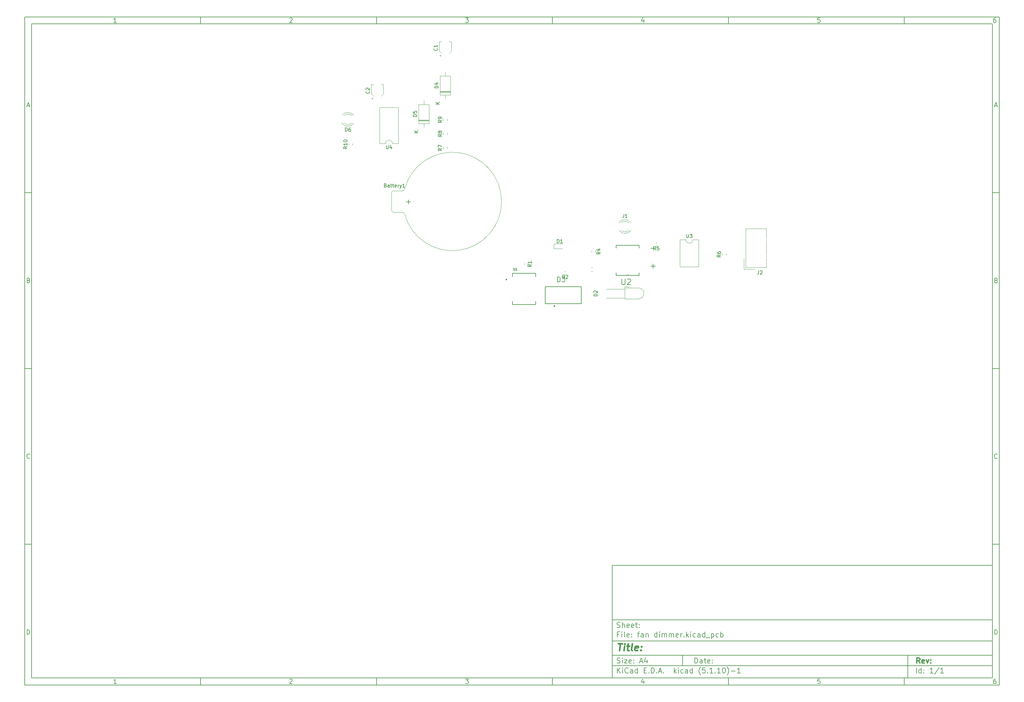
<source format=gto>
%TF.GenerationSoftware,KiCad,Pcbnew,(5.1.10)-1*%
%TF.CreationDate,2021-11-11T09:46:56+05:30*%
%TF.ProjectId,fan dimmer,66616e20-6469-46d6-9d65-722e6b696361,rev?*%
%TF.SameCoordinates,Original*%
%TF.FileFunction,Legend,Top*%
%TF.FilePolarity,Positive*%
%FSLAX46Y46*%
G04 Gerber Fmt 4.6, Leading zero omitted, Abs format (unit mm)*
G04 Created by KiCad (PCBNEW (5.1.10)-1) date 2021-11-11 09:46:56*
%MOMM*%
%LPD*%
G01*
G04 APERTURE LIST*
%ADD10C,0.100000*%
%ADD11C,0.150000*%
%ADD12C,0.300000*%
%ADD13C,0.400000*%
%ADD14C,0.120000*%
%ADD15C,0.152400*%
%ADD16C,0.240000*%
%ADD17C,0.127000*%
G04 APERTURE END LIST*
D10*
D11*
X177002200Y-166007200D02*
X177002200Y-198007200D01*
X285002200Y-198007200D01*
X285002200Y-166007200D01*
X177002200Y-166007200D01*
D10*
D11*
X10000000Y-10000000D02*
X10000000Y-200007200D01*
X287002200Y-200007200D01*
X287002200Y-10000000D01*
X10000000Y-10000000D01*
D10*
D11*
X12000000Y-12000000D02*
X12000000Y-198007200D01*
X285002200Y-198007200D01*
X285002200Y-12000000D01*
X12000000Y-12000000D01*
D10*
D11*
X60000000Y-12000000D02*
X60000000Y-10000000D01*
D10*
D11*
X110000000Y-12000000D02*
X110000000Y-10000000D01*
D10*
D11*
X160000000Y-12000000D02*
X160000000Y-10000000D01*
D10*
D11*
X210000000Y-12000000D02*
X210000000Y-10000000D01*
D10*
D11*
X260000000Y-12000000D02*
X260000000Y-10000000D01*
D10*
D11*
X36065476Y-11588095D02*
X35322619Y-11588095D01*
X35694047Y-11588095D02*
X35694047Y-10288095D01*
X35570238Y-10473809D01*
X35446428Y-10597619D01*
X35322619Y-10659523D01*
D10*
D11*
X85322619Y-10411904D02*
X85384523Y-10350000D01*
X85508333Y-10288095D01*
X85817857Y-10288095D01*
X85941666Y-10350000D01*
X86003571Y-10411904D01*
X86065476Y-10535714D01*
X86065476Y-10659523D01*
X86003571Y-10845238D01*
X85260714Y-11588095D01*
X86065476Y-11588095D01*
D10*
D11*
X135260714Y-10288095D02*
X136065476Y-10288095D01*
X135632142Y-10783333D01*
X135817857Y-10783333D01*
X135941666Y-10845238D01*
X136003571Y-10907142D01*
X136065476Y-11030952D01*
X136065476Y-11340476D01*
X136003571Y-11464285D01*
X135941666Y-11526190D01*
X135817857Y-11588095D01*
X135446428Y-11588095D01*
X135322619Y-11526190D01*
X135260714Y-11464285D01*
D10*
D11*
X185941666Y-10721428D02*
X185941666Y-11588095D01*
X185632142Y-10226190D02*
X185322619Y-11154761D01*
X186127380Y-11154761D01*
D10*
D11*
X236003571Y-10288095D02*
X235384523Y-10288095D01*
X235322619Y-10907142D01*
X235384523Y-10845238D01*
X235508333Y-10783333D01*
X235817857Y-10783333D01*
X235941666Y-10845238D01*
X236003571Y-10907142D01*
X236065476Y-11030952D01*
X236065476Y-11340476D01*
X236003571Y-11464285D01*
X235941666Y-11526190D01*
X235817857Y-11588095D01*
X235508333Y-11588095D01*
X235384523Y-11526190D01*
X235322619Y-11464285D01*
D10*
D11*
X285941666Y-10288095D02*
X285694047Y-10288095D01*
X285570238Y-10350000D01*
X285508333Y-10411904D01*
X285384523Y-10597619D01*
X285322619Y-10845238D01*
X285322619Y-11340476D01*
X285384523Y-11464285D01*
X285446428Y-11526190D01*
X285570238Y-11588095D01*
X285817857Y-11588095D01*
X285941666Y-11526190D01*
X286003571Y-11464285D01*
X286065476Y-11340476D01*
X286065476Y-11030952D01*
X286003571Y-10907142D01*
X285941666Y-10845238D01*
X285817857Y-10783333D01*
X285570238Y-10783333D01*
X285446428Y-10845238D01*
X285384523Y-10907142D01*
X285322619Y-11030952D01*
D10*
D11*
X60000000Y-198007200D02*
X60000000Y-200007200D01*
D10*
D11*
X110000000Y-198007200D02*
X110000000Y-200007200D01*
D10*
D11*
X160000000Y-198007200D02*
X160000000Y-200007200D01*
D10*
D11*
X210000000Y-198007200D02*
X210000000Y-200007200D01*
D10*
D11*
X260000000Y-198007200D02*
X260000000Y-200007200D01*
D10*
D11*
X36065476Y-199595295D02*
X35322619Y-199595295D01*
X35694047Y-199595295D02*
X35694047Y-198295295D01*
X35570238Y-198481009D01*
X35446428Y-198604819D01*
X35322619Y-198666723D01*
D10*
D11*
X85322619Y-198419104D02*
X85384523Y-198357200D01*
X85508333Y-198295295D01*
X85817857Y-198295295D01*
X85941666Y-198357200D01*
X86003571Y-198419104D01*
X86065476Y-198542914D01*
X86065476Y-198666723D01*
X86003571Y-198852438D01*
X85260714Y-199595295D01*
X86065476Y-199595295D01*
D10*
D11*
X135260714Y-198295295D02*
X136065476Y-198295295D01*
X135632142Y-198790533D01*
X135817857Y-198790533D01*
X135941666Y-198852438D01*
X136003571Y-198914342D01*
X136065476Y-199038152D01*
X136065476Y-199347676D01*
X136003571Y-199471485D01*
X135941666Y-199533390D01*
X135817857Y-199595295D01*
X135446428Y-199595295D01*
X135322619Y-199533390D01*
X135260714Y-199471485D01*
D10*
D11*
X185941666Y-198728628D02*
X185941666Y-199595295D01*
X185632142Y-198233390D02*
X185322619Y-199161961D01*
X186127380Y-199161961D01*
D10*
D11*
X236003571Y-198295295D02*
X235384523Y-198295295D01*
X235322619Y-198914342D01*
X235384523Y-198852438D01*
X235508333Y-198790533D01*
X235817857Y-198790533D01*
X235941666Y-198852438D01*
X236003571Y-198914342D01*
X236065476Y-199038152D01*
X236065476Y-199347676D01*
X236003571Y-199471485D01*
X235941666Y-199533390D01*
X235817857Y-199595295D01*
X235508333Y-199595295D01*
X235384523Y-199533390D01*
X235322619Y-199471485D01*
D10*
D11*
X285941666Y-198295295D02*
X285694047Y-198295295D01*
X285570238Y-198357200D01*
X285508333Y-198419104D01*
X285384523Y-198604819D01*
X285322619Y-198852438D01*
X285322619Y-199347676D01*
X285384523Y-199471485D01*
X285446428Y-199533390D01*
X285570238Y-199595295D01*
X285817857Y-199595295D01*
X285941666Y-199533390D01*
X286003571Y-199471485D01*
X286065476Y-199347676D01*
X286065476Y-199038152D01*
X286003571Y-198914342D01*
X285941666Y-198852438D01*
X285817857Y-198790533D01*
X285570238Y-198790533D01*
X285446428Y-198852438D01*
X285384523Y-198914342D01*
X285322619Y-199038152D01*
D10*
D11*
X10000000Y-60000000D02*
X12000000Y-60000000D01*
D10*
D11*
X10000000Y-110000000D02*
X12000000Y-110000000D01*
D10*
D11*
X10000000Y-160000000D02*
X12000000Y-160000000D01*
D10*
D11*
X10690476Y-35216666D02*
X11309523Y-35216666D01*
X10566666Y-35588095D02*
X11000000Y-34288095D01*
X11433333Y-35588095D01*
D10*
D11*
X11092857Y-84907142D02*
X11278571Y-84969047D01*
X11340476Y-85030952D01*
X11402380Y-85154761D01*
X11402380Y-85340476D01*
X11340476Y-85464285D01*
X11278571Y-85526190D01*
X11154761Y-85588095D01*
X10659523Y-85588095D01*
X10659523Y-84288095D01*
X11092857Y-84288095D01*
X11216666Y-84350000D01*
X11278571Y-84411904D01*
X11340476Y-84535714D01*
X11340476Y-84659523D01*
X11278571Y-84783333D01*
X11216666Y-84845238D01*
X11092857Y-84907142D01*
X10659523Y-84907142D01*
D10*
D11*
X11402380Y-135464285D02*
X11340476Y-135526190D01*
X11154761Y-135588095D01*
X11030952Y-135588095D01*
X10845238Y-135526190D01*
X10721428Y-135402380D01*
X10659523Y-135278571D01*
X10597619Y-135030952D01*
X10597619Y-134845238D01*
X10659523Y-134597619D01*
X10721428Y-134473809D01*
X10845238Y-134350000D01*
X11030952Y-134288095D01*
X11154761Y-134288095D01*
X11340476Y-134350000D01*
X11402380Y-134411904D01*
D10*
D11*
X10659523Y-185588095D02*
X10659523Y-184288095D01*
X10969047Y-184288095D01*
X11154761Y-184350000D01*
X11278571Y-184473809D01*
X11340476Y-184597619D01*
X11402380Y-184845238D01*
X11402380Y-185030952D01*
X11340476Y-185278571D01*
X11278571Y-185402380D01*
X11154761Y-185526190D01*
X10969047Y-185588095D01*
X10659523Y-185588095D01*
D10*
D11*
X287002200Y-60000000D02*
X285002200Y-60000000D01*
D10*
D11*
X287002200Y-110000000D02*
X285002200Y-110000000D01*
D10*
D11*
X287002200Y-160000000D02*
X285002200Y-160000000D01*
D10*
D11*
X285692676Y-35216666D02*
X286311723Y-35216666D01*
X285568866Y-35588095D02*
X286002200Y-34288095D01*
X286435533Y-35588095D01*
D10*
D11*
X286095057Y-84907142D02*
X286280771Y-84969047D01*
X286342676Y-85030952D01*
X286404580Y-85154761D01*
X286404580Y-85340476D01*
X286342676Y-85464285D01*
X286280771Y-85526190D01*
X286156961Y-85588095D01*
X285661723Y-85588095D01*
X285661723Y-84288095D01*
X286095057Y-84288095D01*
X286218866Y-84350000D01*
X286280771Y-84411904D01*
X286342676Y-84535714D01*
X286342676Y-84659523D01*
X286280771Y-84783333D01*
X286218866Y-84845238D01*
X286095057Y-84907142D01*
X285661723Y-84907142D01*
D10*
D11*
X286404580Y-135464285D02*
X286342676Y-135526190D01*
X286156961Y-135588095D01*
X286033152Y-135588095D01*
X285847438Y-135526190D01*
X285723628Y-135402380D01*
X285661723Y-135278571D01*
X285599819Y-135030952D01*
X285599819Y-134845238D01*
X285661723Y-134597619D01*
X285723628Y-134473809D01*
X285847438Y-134350000D01*
X286033152Y-134288095D01*
X286156961Y-134288095D01*
X286342676Y-134350000D01*
X286404580Y-134411904D01*
D10*
D11*
X285661723Y-185588095D02*
X285661723Y-184288095D01*
X285971247Y-184288095D01*
X286156961Y-184350000D01*
X286280771Y-184473809D01*
X286342676Y-184597619D01*
X286404580Y-184845238D01*
X286404580Y-185030952D01*
X286342676Y-185278571D01*
X286280771Y-185402380D01*
X286156961Y-185526190D01*
X285971247Y-185588095D01*
X285661723Y-185588095D01*
D10*
D11*
X200434342Y-193785771D02*
X200434342Y-192285771D01*
X200791485Y-192285771D01*
X201005771Y-192357200D01*
X201148628Y-192500057D01*
X201220057Y-192642914D01*
X201291485Y-192928628D01*
X201291485Y-193142914D01*
X201220057Y-193428628D01*
X201148628Y-193571485D01*
X201005771Y-193714342D01*
X200791485Y-193785771D01*
X200434342Y-193785771D01*
X202577200Y-193785771D02*
X202577200Y-193000057D01*
X202505771Y-192857200D01*
X202362914Y-192785771D01*
X202077200Y-192785771D01*
X201934342Y-192857200D01*
X202577200Y-193714342D02*
X202434342Y-193785771D01*
X202077200Y-193785771D01*
X201934342Y-193714342D01*
X201862914Y-193571485D01*
X201862914Y-193428628D01*
X201934342Y-193285771D01*
X202077200Y-193214342D01*
X202434342Y-193214342D01*
X202577200Y-193142914D01*
X203077200Y-192785771D02*
X203648628Y-192785771D01*
X203291485Y-192285771D02*
X203291485Y-193571485D01*
X203362914Y-193714342D01*
X203505771Y-193785771D01*
X203648628Y-193785771D01*
X204720057Y-193714342D02*
X204577200Y-193785771D01*
X204291485Y-193785771D01*
X204148628Y-193714342D01*
X204077200Y-193571485D01*
X204077200Y-193000057D01*
X204148628Y-192857200D01*
X204291485Y-192785771D01*
X204577200Y-192785771D01*
X204720057Y-192857200D01*
X204791485Y-193000057D01*
X204791485Y-193142914D01*
X204077200Y-193285771D01*
X205434342Y-193642914D02*
X205505771Y-193714342D01*
X205434342Y-193785771D01*
X205362914Y-193714342D01*
X205434342Y-193642914D01*
X205434342Y-193785771D01*
X205434342Y-192857200D02*
X205505771Y-192928628D01*
X205434342Y-193000057D01*
X205362914Y-192928628D01*
X205434342Y-192857200D01*
X205434342Y-193000057D01*
D10*
D11*
X177002200Y-194507200D02*
X285002200Y-194507200D01*
D10*
D11*
X178434342Y-196585771D02*
X178434342Y-195085771D01*
X179291485Y-196585771D02*
X178648628Y-195728628D01*
X179291485Y-195085771D02*
X178434342Y-195942914D01*
X179934342Y-196585771D02*
X179934342Y-195585771D01*
X179934342Y-195085771D02*
X179862914Y-195157200D01*
X179934342Y-195228628D01*
X180005771Y-195157200D01*
X179934342Y-195085771D01*
X179934342Y-195228628D01*
X181505771Y-196442914D02*
X181434342Y-196514342D01*
X181220057Y-196585771D01*
X181077200Y-196585771D01*
X180862914Y-196514342D01*
X180720057Y-196371485D01*
X180648628Y-196228628D01*
X180577200Y-195942914D01*
X180577200Y-195728628D01*
X180648628Y-195442914D01*
X180720057Y-195300057D01*
X180862914Y-195157200D01*
X181077200Y-195085771D01*
X181220057Y-195085771D01*
X181434342Y-195157200D01*
X181505771Y-195228628D01*
X182791485Y-196585771D02*
X182791485Y-195800057D01*
X182720057Y-195657200D01*
X182577200Y-195585771D01*
X182291485Y-195585771D01*
X182148628Y-195657200D01*
X182791485Y-196514342D02*
X182648628Y-196585771D01*
X182291485Y-196585771D01*
X182148628Y-196514342D01*
X182077200Y-196371485D01*
X182077200Y-196228628D01*
X182148628Y-196085771D01*
X182291485Y-196014342D01*
X182648628Y-196014342D01*
X182791485Y-195942914D01*
X184148628Y-196585771D02*
X184148628Y-195085771D01*
X184148628Y-196514342D02*
X184005771Y-196585771D01*
X183720057Y-196585771D01*
X183577200Y-196514342D01*
X183505771Y-196442914D01*
X183434342Y-196300057D01*
X183434342Y-195871485D01*
X183505771Y-195728628D01*
X183577200Y-195657200D01*
X183720057Y-195585771D01*
X184005771Y-195585771D01*
X184148628Y-195657200D01*
X186005771Y-195800057D02*
X186505771Y-195800057D01*
X186720057Y-196585771D02*
X186005771Y-196585771D01*
X186005771Y-195085771D01*
X186720057Y-195085771D01*
X187362914Y-196442914D02*
X187434342Y-196514342D01*
X187362914Y-196585771D01*
X187291485Y-196514342D01*
X187362914Y-196442914D01*
X187362914Y-196585771D01*
X188077200Y-196585771D02*
X188077200Y-195085771D01*
X188434342Y-195085771D01*
X188648628Y-195157200D01*
X188791485Y-195300057D01*
X188862914Y-195442914D01*
X188934342Y-195728628D01*
X188934342Y-195942914D01*
X188862914Y-196228628D01*
X188791485Y-196371485D01*
X188648628Y-196514342D01*
X188434342Y-196585771D01*
X188077200Y-196585771D01*
X189577200Y-196442914D02*
X189648628Y-196514342D01*
X189577200Y-196585771D01*
X189505771Y-196514342D01*
X189577200Y-196442914D01*
X189577200Y-196585771D01*
X190220057Y-196157200D02*
X190934342Y-196157200D01*
X190077200Y-196585771D02*
X190577200Y-195085771D01*
X191077200Y-196585771D01*
X191577200Y-196442914D02*
X191648628Y-196514342D01*
X191577200Y-196585771D01*
X191505771Y-196514342D01*
X191577200Y-196442914D01*
X191577200Y-196585771D01*
X194577200Y-196585771D02*
X194577200Y-195085771D01*
X194720057Y-196014342D02*
X195148628Y-196585771D01*
X195148628Y-195585771D02*
X194577200Y-196157200D01*
X195791485Y-196585771D02*
X195791485Y-195585771D01*
X195791485Y-195085771D02*
X195720057Y-195157200D01*
X195791485Y-195228628D01*
X195862914Y-195157200D01*
X195791485Y-195085771D01*
X195791485Y-195228628D01*
X197148628Y-196514342D02*
X197005771Y-196585771D01*
X196720057Y-196585771D01*
X196577200Y-196514342D01*
X196505771Y-196442914D01*
X196434342Y-196300057D01*
X196434342Y-195871485D01*
X196505771Y-195728628D01*
X196577200Y-195657200D01*
X196720057Y-195585771D01*
X197005771Y-195585771D01*
X197148628Y-195657200D01*
X198434342Y-196585771D02*
X198434342Y-195800057D01*
X198362914Y-195657200D01*
X198220057Y-195585771D01*
X197934342Y-195585771D01*
X197791485Y-195657200D01*
X198434342Y-196514342D02*
X198291485Y-196585771D01*
X197934342Y-196585771D01*
X197791485Y-196514342D01*
X197720057Y-196371485D01*
X197720057Y-196228628D01*
X197791485Y-196085771D01*
X197934342Y-196014342D01*
X198291485Y-196014342D01*
X198434342Y-195942914D01*
X199791485Y-196585771D02*
X199791485Y-195085771D01*
X199791485Y-196514342D02*
X199648628Y-196585771D01*
X199362914Y-196585771D01*
X199220057Y-196514342D01*
X199148628Y-196442914D01*
X199077200Y-196300057D01*
X199077200Y-195871485D01*
X199148628Y-195728628D01*
X199220057Y-195657200D01*
X199362914Y-195585771D01*
X199648628Y-195585771D01*
X199791485Y-195657200D01*
X202077200Y-197157200D02*
X202005771Y-197085771D01*
X201862914Y-196871485D01*
X201791485Y-196728628D01*
X201720057Y-196514342D01*
X201648628Y-196157200D01*
X201648628Y-195871485D01*
X201720057Y-195514342D01*
X201791485Y-195300057D01*
X201862914Y-195157200D01*
X202005771Y-194942914D01*
X202077200Y-194871485D01*
X203362914Y-195085771D02*
X202648628Y-195085771D01*
X202577200Y-195800057D01*
X202648628Y-195728628D01*
X202791485Y-195657200D01*
X203148628Y-195657200D01*
X203291485Y-195728628D01*
X203362914Y-195800057D01*
X203434342Y-195942914D01*
X203434342Y-196300057D01*
X203362914Y-196442914D01*
X203291485Y-196514342D01*
X203148628Y-196585771D01*
X202791485Y-196585771D01*
X202648628Y-196514342D01*
X202577200Y-196442914D01*
X204077200Y-196442914D02*
X204148628Y-196514342D01*
X204077200Y-196585771D01*
X204005771Y-196514342D01*
X204077200Y-196442914D01*
X204077200Y-196585771D01*
X205577200Y-196585771D02*
X204720057Y-196585771D01*
X205148628Y-196585771D02*
X205148628Y-195085771D01*
X205005771Y-195300057D01*
X204862914Y-195442914D01*
X204720057Y-195514342D01*
X206220057Y-196442914D02*
X206291485Y-196514342D01*
X206220057Y-196585771D01*
X206148628Y-196514342D01*
X206220057Y-196442914D01*
X206220057Y-196585771D01*
X207720057Y-196585771D02*
X206862914Y-196585771D01*
X207291485Y-196585771D02*
X207291485Y-195085771D01*
X207148628Y-195300057D01*
X207005771Y-195442914D01*
X206862914Y-195514342D01*
X208648628Y-195085771D02*
X208791485Y-195085771D01*
X208934342Y-195157200D01*
X209005771Y-195228628D01*
X209077200Y-195371485D01*
X209148628Y-195657200D01*
X209148628Y-196014342D01*
X209077200Y-196300057D01*
X209005771Y-196442914D01*
X208934342Y-196514342D01*
X208791485Y-196585771D01*
X208648628Y-196585771D01*
X208505771Y-196514342D01*
X208434342Y-196442914D01*
X208362914Y-196300057D01*
X208291485Y-196014342D01*
X208291485Y-195657200D01*
X208362914Y-195371485D01*
X208434342Y-195228628D01*
X208505771Y-195157200D01*
X208648628Y-195085771D01*
X209648628Y-197157200D02*
X209720057Y-197085771D01*
X209862914Y-196871485D01*
X209934342Y-196728628D01*
X210005771Y-196514342D01*
X210077200Y-196157200D01*
X210077200Y-195871485D01*
X210005771Y-195514342D01*
X209934342Y-195300057D01*
X209862914Y-195157200D01*
X209720057Y-194942914D01*
X209648628Y-194871485D01*
X210791485Y-196014342D02*
X211934342Y-196014342D01*
X213434342Y-196585771D02*
X212577200Y-196585771D01*
X213005771Y-196585771D02*
X213005771Y-195085771D01*
X212862914Y-195300057D01*
X212720057Y-195442914D01*
X212577200Y-195514342D01*
D10*
D11*
X177002200Y-191507200D02*
X285002200Y-191507200D01*
D10*
D12*
X264411485Y-193785771D02*
X263911485Y-193071485D01*
X263554342Y-193785771D02*
X263554342Y-192285771D01*
X264125771Y-192285771D01*
X264268628Y-192357200D01*
X264340057Y-192428628D01*
X264411485Y-192571485D01*
X264411485Y-192785771D01*
X264340057Y-192928628D01*
X264268628Y-193000057D01*
X264125771Y-193071485D01*
X263554342Y-193071485D01*
X265625771Y-193714342D02*
X265482914Y-193785771D01*
X265197200Y-193785771D01*
X265054342Y-193714342D01*
X264982914Y-193571485D01*
X264982914Y-193000057D01*
X265054342Y-192857200D01*
X265197200Y-192785771D01*
X265482914Y-192785771D01*
X265625771Y-192857200D01*
X265697200Y-193000057D01*
X265697200Y-193142914D01*
X264982914Y-193285771D01*
X266197200Y-192785771D02*
X266554342Y-193785771D01*
X266911485Y-192785771D01*
X267482914Y-193642914D02*
X267554342Y-193714342D01*
X267482914Y-193785771D01*
X267411485Y-193714342D01*
X267482914Y-193642914D01*
X267482914Y-193785771D01*
X267482914Y-192857200D02*
X267554342Y-192928628D01*
X267482914Y-193000057D01*
X267411485Y-192928628D01*
X267482914Y-192857200D01*
X267482914Y-193000057D01*
D10*
D11*
X178362914Y-193714342D02*
X178577200Y-193785771D01*
X178934342Y-193785771D01*
X179077200Y-193714342D01*
X179148628Y-193642914D01*
X179220057Y-193500057D01*
X179220057Y-193357200D01*
X179148628Y-193214342D01*
X179077200Y-193142914D01*
X178934342Y-193071485D01*
X178648628Y-193000057D01*
X178505771Y-192928628D01*
X178434342Y-192857200D01*
X178362914Y-192714342D01*
X178362914Y-192571485D01*
X178434342Y-192428628D01*
X178505771Y-192357200D01*
X178648628Y-192285771D01*
X179005771Y-192285771D01*
X179220057Y-192357200D01*
X179862914Y-193785771D02*
X179862914Y-192785771D01*
X179862914Y-192285771D02*
X179791485Y-192357200D01*
X179862914Y-192428628D01*
X179934342Y-192357200D01*
X179862914Y-192285771D01*
X179862914Y-192428628D01*
X180434342Y-192785771D02*
X181220057Y-192785771D01*
X180434342Y-193785771D01*
X181220057Y-193785771D01*
X182362914Y-193714342D02*
X182220057Y-193785771D01*
X181934342Y-193785771D01*
X181791485Y-193714342D01*
X181720057Y-193571485D01*
X181720057Y-193000057D01*
X181791485Y-192857200D01*
X181934342Y-192785771D01*
X182220057Y-192785771D01*
X182362914Y-192857200D01*
X182434342Y-193000057D01*
X182434342Y-193142914D01*
X181720057Y-193285771D01*
X183077200Y-193642914D02*
X183148628Y-193714342D01*
X183077200Y-193785771D01*
X183005771Y-193714342D01*
X183077200Y-193642914D01*
X183077200Y-193785771D01*
X183077200Y-192857200D02*
X183148628Y-192928628D01*
X183077200Y-193000057D01*
X183005771Y-192928628D01*
X183077200Y-192857200D01*
X183077200Y-193000057D01*
X184862914Y-193357200D02*
X185577200Y-193357200D01*
X184720057Y-193785771D02*
X185220057Y-192285771D01*
X185720057Y-193785771D01*
X186862914Y-192785771D02*
X186862914Y-193785771D01*
X186505771Y-192214342D02*
X186148628Y-193285771D01*
X187077200Y-193285771D01*
D10*
D11*
X263434342Y-196585771D02*
X263434342Y-195085771D01*
X264791485Y-196585771D02*
X264791485Y-195085771D01*
X264791485Y-196514342D02*
X264648628Y-196585771D01*
X264362914Y-196585771D01*
X264220057Y-196514342D01*
X264148628Y-196442914D01*
X264077200Y-196300057D01*
X264077200Y-195871485D01*
X264148628Y-195728628D01*
X264220057Y-195657200D01*
X264362914Y-195585771D01*
X264648628Y-195585771D01*
X264791485Y-195657200D01*
X265505771Y-196442914D02*
X265577200Y-196514342D01*
X265505771Y-196585771D01*
X265434342Y-196514342D01*
X265505771Y-196442914D01*
X265505771Y-196585771D01*
X265505771Y-195657200D02*
X265577200Y-195728628D01*
X265505771Y-195800057D01*
X265434342Y-195728628D01*
X265505771Y-195657200D01*
X265505771Y-195800057D01*
X268148628Y-196585771D02*
X267291485Y-196585771D01*
X267720057Y-196585771D02*
X267720057Y-195085771D01*
X267577200Y-195300057D01*
X267434342Y-195442914D01*
X267291485Y-195514342D01*
X269862914Y-195014342D02*
X268577200Y-196942914D01*
X271148628Y-196585771D02*
X270291485Y-196585771D01*
X270720057Y-196585771D02*
X270720057Y-195085771D01*
X270577200Y-195300057D01*
X270434342Y-195442914D01*
X270291485Y-195514342D01*
D10*
D11*
X177002200Y-187507200D02*
X285002200Y-187507200D01*
D10*
D13*
X178714580Y-188211961D02*
X179857438Y-188211961D01*
X179036009Y-190211961D02*
X179286009Y-188211961D01*
X180274104Y-190211961D02*
X180440771Y-188878628D01*
X180524104Y-188211961D02*
X180416961Y-188307200D01*
X180500295Y-188402438D01*
X180607438Y-188307200D01*
X180524104Y-188211961D01*
X180500295Y-188402438D01*
X181107438Y-188878628D02*
X181869342Y-188878628D01*
X181476485Y-188211961D02*
X181262200Y-189926247D01*
X181333628Y-190116723D01*
X181512200Y-190211961D01*
X181702676Y-190211961D01*
X182655057Y-190211961D02*
X182476485Y-190116723D01*
X182405057Y-189926247D01*
X182619342Y-188211961D01*
X184190771Y-190116723D02*
X183988390Y-190211961D01*
X183607438Y-190211961D01*
X183428866Y-190116723D01*
X183357438Y-189926247D01*
X183452676Y-189164342D01*
X183571723Y-188973866D01*
X183774104Y-188878628D01*
X184155057Y-188878628D01*
X184333628Y-188973866D01*
X184405057Y-189164342D01*
X184381247Y-189354819D01*
X183405057Y-189545295D01*
X185155057Y-190021485D02*
X185238390Y-190116723D01*
X185131247Y-190211961D01*
X185047914Y-190116723D01*
X185155057Y-190021485D01*
X185131247Y-190211961D01*
X185286009Y-188973866D02*
X185369342Y-189069104D01*
X185262200Y-189164342D01*
X185178866Y-189069104D01*
X185286009Y-188973866D01*
X185262200Y-189164342D01*
D10*
D11*
X178934342Y-185600057D02*
X178434342Y-185600057D01*
X178434342Y-186385771D02*
X178434342Y-184885771D01*
X179148628Y-184885771D01*
X179720057Y-186385771D02*
X179720057Y-185385771D01*
X179720057Y-184885771D02*
X179648628Y-184957200D01*
X179720057Y-185028628D01*
X179791485Y-184957200D01*
X179720057Y-184885771D01*
X179720057Y-185028628D01*
X180648628Y-186385771D02*
X180505771Y-186314342D01*
X180434342Y-186171485D01*
X180434342Y-184885771D01*
X181791485Y-186314342D02*
X181648628Y-186385771D01*
X181362914Y-186385771D01*
X181220057Y-186314342D01*
X181148628Y-186171485D01*
X181148628Y-185600057D01*
X181220057Y-185457200D01*
X181362914Y-185385771D01*
X181648628Y-185385771D01*
X181791485Y-185457200D01*
X181862914Y-185600057D01*
X181862914Y-185742914D01*
X181148628Y-185885771D01*
X182505771Y-186242914D02*
X182577200Y-186314342D01*
X182505771Y-186385771D01*
X182434342Y-186314342D01*
X182505771Y-186242914D01*
X182505771Y-186385771D01*
X182505771Y-185457200D02*
X182577200Y-185528628D01*
X182505771Y-185600057D01*
X182434342Y-185528628D01*
X182505771Y-185457200D01*
X182505771Y-185600057D01*
X184148628Y-185385771D02*
X184720057Y-185385771D01*
X184362914Y-186385771D02*
X184362914Y-185100057D01*
X184434342Y-184957200D01*
X184577200Y-184885771D01*
X184720057Y-184885771D01*
X185862914Y-186385771D02*
X185862914Y-185600057D01*
X185791485Y-185457200D01*
X185648628Y-185385771D01*
X185362914Y-185385771D01*
X185220057Y-185457200D01*
X185862914Y-186314342D02*
X185720057Y-186385771D01*
X185362914Y-186385771D01*
X185220057Y-186314342D01*
X185148628Y-186171485D01*
X185148628Y-186028628D01*
X185220057Y-185885771D01*
X185362914Y-185814342D01*
X185720057Y-185814342D01*
X185862914Y-185742914D01*
X186577200Y-185385771D02*
X186577200Y-186385771D01*
X186577200Y-185528628D02*
X186648628Y-185457200D01*
X186791485Y-185385771D01*
X187005771Y-185385771D01*
X187148628Y-185457200D01*
X187220057Y-185600057D01*
X187220057Y-186385771D01*
X189720057Y-186385771D02*
X189720057Y-184885771D01*
X189720057Y-186314342D02*
X189577200Y-186385771D01*
X189291485Y-186385771D01*
X189148628Y-186314342D01*
X189077200Y-186242914D01*
X189005771Y-186100057D01*
X189005771Y-185671485D01*
X189077200Y-185528628D01*
X189148628Y-185457200D01*
X189291485Y-185385771D01*
X189577200Y-185385771D01*
X189720057Y-185457200D01*
X190434342Y-186385771D02*
X190434342Y-185385771D01*
X190434342Y-184885771D02*
X190362914Y-184957200D01*
X190434342Y-185028628D01*
X190505771Y-184957200D01*
X190434342Y-184885771D01*
X190434342Y-185028628D01*
X191148628Y-186385771D02*
X191148628Y-185385771D01*
X191148628Y-185528628D02*
X191220057Y-185457200D01*
X191362914Y-185385771D01*
X191577200Y-185385771D01*
X191720057Y-185457200D01*
X191791485Y-185600057D01*
X191791485Y-186385771D01*
X191791485Y-185600057D02*
X191862914Y-185457200D01*
X192005771Y-185385771D01*
X192220057Y-185385771D01*
X192362914Y-185457200D01*
X192434342Y-185600057D01*
X192434342Y-186385771D01*
X193148628Y-186385771D02*
X193148628Y-185385771D01*
X193148628Y-185528628D02*
X193220057Y-185457200D01*
X193362914Y-185385771D01*
X193577200Y-185385771D01*
X193720057Y-185457200D01*
X193791485Y-185600057D01*
X193791485Y-186385771D01*
X193791485Y-185600057D02*
X193862914Y-185457200D01*
X194005771Y-185385771D01*
X194220057Y-185385771D01*
X194362914Y-185457200D01*
X194434342Y-185600057D01*
X194434342Y-186385771D01*
X195720057Y-186314342D02*
X195577200Y-186385771D01*
X195291485Y-186385771D01*
X195148628Y-186314342D01*
X195077200Y-186171485D01*
X195077200Y-185600057D01*
X195148628Y-185457200D01*
X195291485Y-185385771D01*
X195577200Y-185385771D01*
X195720057Y-185457200D01*
X195791485Y-185600057D01*
X195791485Y-185742914D01*
X195077200Y-185885771D01*
X196434342Y-186385771D02*
X196434342Y-185385771D01*
X196434342Y-185671485D02*
X196505771Y-185528628D01*
X196577200Y-185457200D01*
X196720057Y-185385771D01*
X196862914Y-185385771D01*
X197362914Y-186242914D02*
X197434342Y-186314342D01*
X197362914Y-186385771D01*
X197291485Y-186314342D01*
X197362914Y-186242914D01*
X197362914Y-186385771D01*
X198077200Y-186385771D02*
X198077200Y-184885771D01*
X198220057Y-185814342D02*
X198648628Y-186385771D01*
X198648628Y-185385771D02*
X198077200Y-185957200D01*
X199291485Y-186385771D02*
X199291485Y-185385771D01*
X199291485Y-184885771D02*
X199220057Y-184957200D01*
X199291485Y-185028628D01*
X199362914Y-184957200D01*
X199291485Y-184885771D01*
X199291485Y-185028628D01*
X200648628Y-186314342D02*
X200505771Y-186385771D01*
X200220057Y-186385771D01*
X200077200Y-186314342D01*
X200005771Y-186242914D01*
X199934342Y-186100057D01*
X199934342Y-185671485D01*
X200005771Y-185528628D01*
X200077200Y-185457200D01*
X200220057Y-185385771D01*
X200505771Y-185385771D01*
X200648628Y-185457200D01*
X201934342Y-186385771D02*
X201934342Y-185600057D01*
X201862914Y-185457200D01*
X201720057Y-185385771D01*
X201434342Y-185385771D01*
X201291485Y-185457200D01*
X201934342Y-186314342D02*
X201791485Y-186385771D01*
X201434342Y-186385771D01*
X201291485Y-186314342D01*
X201220057Y-186171485D01*
X201220057Y-186028628D01*
X201291485Y-185885771D01*
X201434342Y-185814342D01*
X201791485Y-185814342D01*
X201934342Y-185742914D01*
X203291485Y-186385771D02*
X203291485Y-184885771D01*
X203291485Y-186314342D02*
X203148628Y-186385771D01*
X202862914Y-186385771D01*
X202720057Y-186314342D01*
X202648628Y-186242914D01*
X202577200Y-186100057D01*
X202577200Y-185671485D01*
X202648628Y-185528628D01*
X202720057Y-185457200D01*
X202862914Y-185385771D01*
X203148628Y-185385771D01*
X203291485Y-185457200D01*
X203648628Y-186528628D02*
X204791485Y-186528628D01*
X205148628Y-185385771D02*
X205148628Y-186885771D01*
X205148628Y-185457200D02*
X205291485Y-185385771D01*
X205577200Y-185385771D01*
X205720057Y-185457200D01*
X205791485Y-185528628D01*
X205862914Y-185671485D01*
X205862914Y-186100057D01*
X205791485Y-186242914D01*
X205720057Y-186314342D01*
X205577200Y-186385771D01*
X205291485Y-186385771D01*
X205148628Y-186314342D01*
X207148628Y-186314342D02*
X207005771Y-186385771D01*
X206720057Y-186385771D01*
X206577200Y-186314342D01*
X206505771Y-186242914D01*
X206434342Y-186100057D01*
X206434342Y-185671485D01*
X206505771Y-185528628D01*
X206577200Y-185457200D01*
X206720057Y-185385771D01*
X207005771Y-185385771D01*
X207148628Y-185457200D01*
X207791485Y-186385771D02*
X207791485Y-184885771D01*
X207791485Y-185457200D02*
X207934342Y-185385771D01*
X208220057Y-185385771D01*
X208362914Y-185457200D01*
X208434342Y-185528628D01*
X208505771Y-185671485D01*
X208505771Y-186100057D01*
X208434342Y-186242914D01*
X208362914Y-186314342D01*
X208220057Y-186385771D01*
X207934342Y-186385771D01*
X207791485Y-186314342D01*
D10*
D11*
X177002200Y-181507200D02*
X285002200Y-181507200D01*
D10*
D11*
X178362914Y-183614342D02*
X178577200Y-183685771D01*
X178934342Y-183685771D01*
X179077200Y-183614342D01*
X179148628Y-183542914D01*
X179220057Y-183400057D01*
X179220057Y-183257200D01*
X179148628Y-183114342D01*
X179077200Y-183042914D01*
X178934342Y-182971485D01*
X178648628Y-182900057D01*
X178505771Y-182828628D01*
X178434342Y-182757200D01*
X178362914Y-182614342D01*
X178362914Y-182471485D01*
X178434342Y-182328628D01*
X178505771Y-182257200D01*
X178648628Y-182185771D01*
X179005771Y-182185771D01*
X179220057Y-182257200D01*
X179862914Y-183685771D02*
X179862914Y-182185771D01*
X180505771Y-183685771D02*
X180505771Y-182900057D01*
X180434342Y-182757200D01*
X180291485Y-182685771D01*
X180077200Y-182685771D01*
X179934342Y-182757200D01*
X179862914Y-182828628D01*
X181791485Y-183614342D02*
X181648628Y-183685771D01*
X181362914Y-183685771D01*
X181220057Y-183614342D01*
X181148628Y-183471485D01*
X181148628Y-182900057D01*
X181220057Y-182757200D01*
X181362914Y-182685771D01*
X181648628Y-182685771D01*
X181791485Y-182757200D01*
X181862914Y-182900057D01*
X181862914Y-183042914D01*
X181148628Y-183185771D01*
X183077200Y-183614342D02*
X182934342Y-183685771D01*
X182648628Y-183685771D01*
X182505771Y-183614342D01*
X182434342Y-183471485D01*
X182434342Y-182900057D01*
X182505771Y-182757200D01*
X182648628Y-182685771D01*
X182934342Y-182685771D01*
X183077200Y-182757200D01*
X183148628Y-182900057D01*
X183148628Y-183042914D01*
X182434342Y-183185771D01*
X183577200Y-182685771D02*
X184148628Y-182685771D01*
X183791485Y-182185771D02*
X183791485Y-183471485D01*
X183862914Y-183614342D01*
X184005771Y-183685771D01*
X184148628Y-183685771D01*
X184648628Y-183542914D02*
X184720057Y-183614342D01*
X184648628Y-183685771D01*
X184577200Y-183614342D01*
X184648628Y-183542914D01*
X184648628Y-183685771D01*
X184648628Y-182757200D02*
X184720057Y-182828628D01*
X184648628Y-182900057D01*
X184577200Y-182828628D01*
X184648628Y-182757200D01*
X184648628Y-182900057D01*
D10*
D11*
X197002200Y-191507200D02*
X197002200Y-194507200D01*
D10*
D11*
X261002200Y-191507200D02*
X261002200Y-198007200D01*
D14*
%TO.C,Battery1*%
X114282000Y-59984000D02*
X114282000Y-64984000D01*
X114832000Y-65534000D02*
X117282000Y-65534000D01*
X117282000Y-59434000D02*
X114832000Y-59434000D01*
X114832000Y-65534000D02*
G75*
G02*
X114282000Y-64984000I0J550000D01*
G01*
X114832000Y-59434000D02*
G75*
G03*
X114282000Y-59984000I0J-550000D01*
G01*
X117986769Y-58940515D02*
G75*
G02*
X117282000Y-59434000I-704769J256515D01*
G01*
X117986769Y-66027485D02*
G75*
G03*
X117282000Y-65534000I-704769J-256515D01*
G01*
X145531738Y-62499231D02*
G75*
G03*
X117982000Y-58964000I-13999738J15231D01*
G01*
X145531738Y-62468769D02*
G75*
G02*
X117982000Y-66004000I-13999738J-15231D01*
G01*
%TO.C,C2*%
X108613500Y-33175500D02*
X108988500Y-33175500D01*
X108801000Y-33363000D02*
X108801000Y-32988000D01*
X111296000Y-32558563D02*
X111996000Y-31858563D01*
X109176000Y-32558563D02*
X108476000Y-31858563D01*
X111996000Y-31858563D02*
X111996000Y-29228000D01*
X108476000Y-31858563D02*
X108476000Y-29228000D01*
X108476000Y-29228000D02*
X109176000Y-29228000D01*
X111996000Y-29228000D02*
X111296000Y-29228000D01*
%TO.C,C1*%
X127917500Y-20983500D02*
X128292500Y-20983500D01*
X128105000Y-21171000D02*
X128105000Y-20796000D01*
X130600000Y-20366563D02*
X131300000Y-19666563D01*
X128480000Y-20366563D02*
X127780000Y-19666563D01*
X131300000Y-19666563D02*
X131300000Y-17036000D01*
X127780000Y-19666563D02*
X127780000Y-17036000D01*
X127780000Y-17036000D02*
X128480000Y-17036000D01*
X131300000Y-17036000D02*
X130600000Y-17036000D01*
%TO.C,U4*%
X110888000Y-46034000D02*
X112538000Y-46034000D01*
X110888000Y-35754000D02*
X110888000Y-46034000D01*
X116188000Y-35754000D02*
X110888000Y-35754000D01*
X116188000Y-46034000D02*
X116188000Y-35754000D01*
X114538000Y-46034000D02*
X116188000Y-46034000D01*
X112538000Y-46034000D02*
G75*
G02*
X114538000Y-46034000I1000000J0D01*
G01*
%TO.C,R10*%
X103138500Y-46465258D02*
X103138500Y-45990742D01*
X102093500Y-46465258D02*
X102093500Y-45990742D01*
%TO.C,R9*%
X130042327Y-39451258D02*
X130042327Y-38976742D01*
X128997327Y-39451258D02*
X128997327Y-38976742D01*
%TO.C,R8*%
X130042327Y-43461258D02*
X130042327Y-42986742D01*
X128997327Y-43461258D02*
X128997327Y-42986742D01*
%TO.C,R7*%
X130042327Y-47471258D02*
X130042327Y-46996742D01*
X128997327Y-47471258D02*
X128997327Y-46996742D01*
%TO.C,J1*%
X179034000Y-70676000D02*
X179034000Y-70832000D01*
X179034000Y-68360000D02*
X179034000Y-68516000D01*
X181635130Y-70675837D02*
G75*
G02*
X179553039Y-70676000I-1041130J1079837D01*
G01*
X181635130Y-68516163D02*
G75*
G03*
X179553039Y-68516000I-1041130J-1079837D01*
G01*
X182266335Y-70674608D02*
G75*
G02*
X179034000Y-70831516I-1672335J1078608D01*
G01*
X182266335Y-68517392D02*
G75*
G03*
X179034000Y-68360484I-1672335J-1078608D01*
G01*
%TO.C,D6*%
X103414000Y-38036000D02*
X103414000Y-37880000D01*
X103414000Y-40352000D02*
X103414000Y-40196000D01*
X100812870Y-38036163D02*
G75*
G02*
X102894961Y-38036000I1041130J-1079837D01*
G01*
X100812870Y-40195837D02*
G75*
G03*
X102894961Y-40196000I1041130J1079837D01*
G01*
X100181665Y-38037392D02*
G75*
G02*
X103414000Y-37880484I1672335J-1078608D01*
G01*
X100181665Y-40194608D02*
G75*
G03*
X103414000Y-40351516I1672335J1078608D01*
G01*
%TO.C,D5*%
X121974000Y-39532000D02*
X124914000Y-39532000D01*
X121974000Y-39292000D02*
X124914000Y-39292000D01*
X121974000Y-39412000D02*
X124914000Y-39412000D01*
X123444000Y-33852000D02*
X123444000Y-34872000D01*
X123444000Y-41332000D02*
X123444000Y-40312000D01*
X121974000Y-34872000D02*
X121974000Y-40312000D01*
X124914000Y-34872000D02*
X121974000Y-34872000D01*
X124914000Y-40312000D02*
X124914000Y-34872000D01*
X121974000Y-40312000D02*
X124914000Y-40312000D01*
%TO.C,D4*%
X128070000Y-31404000D02*
X131010000Y-31404000D01*
X128070000Y-31164000D02*
X131010000Y-31164000D01*
X128070000Y-31284000D02*
X131010000Y-31284000D01*
X129540000Y-25724000D02*
X129540000Y-26744000D01*
X129540000Y-33204000D02*
X129540000Y-32184000D01*
X128070000Y-26744000D02*
X128070000Y-32184000D01*
X131010000Y-26744000D02*
X128070000Y-26744000D01*
X131010000Y-32184000D02*
X131010000Y-26744000D01*
X128070000Y-32184000D02*
X131010000Y-32184000D01*
D15*
%TO.C,U2*%
X178104800Y-82753200D02*
X178104800Y-83515200D01*
X184607200Y-75742800D02*
X184607200Y-74980800D01*
X184607200Y-83515200D02*
X184607200Y-82753200D01*
X181660800Y-83515200D02*
X184607200Y-83515200D01*
X181051200Y-83515200D02*
X181660800Y-83515200D01*
X178104800Y-83515200D02*
X181051200Y-83515200D01*
X178104800Y-74980800D02*
X178104800Y-75742800D01*
X184607200Y-74980800D02*
X178104800Y-74980800D01*
D10*
X181051200Y-83515200D02*
G75*
G02*
X181660800Y-83515200I304800J0D01*
G01*
D16*
%TO.C,U1*%
X147012000Y-84676000D02*
G75*
G03*
X147012000Y-84676000I-120000J0D01*
G01*
D17*
X155192000Y-91826000D02*
X155192000Y-90876000D01*
X148592000Y-91826000D02*
X155192000Y-91826000D01*
X148592000Y-90876000D02*
X148592000Y-91826000D01*
X155192000Y-82926000D02*
X155192000Y-83876000D01*
X148592000Y-82926000D02*
X155192000Y-82926000D01*
X148592000Y-83876000D02*
X148592000Y-82926000D01*
D12*
%TO.C,D3*%
X160628000Y-92208000D02*
G75*
G03*
X160628000Y-92208000I-100000J0D01*
G01*
D17*
X168208000Y-86768000D02*
X168208000Y-91588000D01*
X168208000Y-91588000D02*
X157928000Y-91588000D01*
X157928000Y-91588000D02*
X157928000Y-86768000D01*
X157928000Y-86768000D02*
X168208000Y-86768000D01*
D14*
%TO.C,J2*%
X220724000Y-72840000D02*
X220724000Y-70190000D01*
X220724000Y-81240000D02*
X220724000Y-78590000D01*
X220724000Y-70190000D02*
X214874000Y-70190000D01*
X220724000Y-77490000D02*
X220724000Y-73990000D01*
X220724000Y-81240000D02*
X214874000Y-81240000D01*
X214874000Y-81240000D02*
X214874000Y-70190000D01*
X220724000Y-78340000D02*
X220724000Y-77740000D01*
X220724000Y-73740000D02*
X220724000Y-73140000D01*
X217424000Y-81740000D02*
X214424000Y-81740000D01*
X214424000Y-81740000D02*
X214424000Y-78740000D01*
%TO.C,U3*%
X201532000Y-73346000D02*
X199882000Y-73346000D01*
X201532000Y-81086000D02*
X201532000Y-73346000D01*
X196232000Y-81086000D02*
X201532000Y-81086000D01*
X196232000Y-73346000D02*
X196232000Y-81086000D01*
X197882000Y-73346000D02*
X196232000Y-73346000D01*
X199882000Y-73346000D02*
G75*
G02*
X197882000Y-73346000I-1000000J0D01*
G01*
%TO.C,R6*%
X209310500Y-77770258D02*
X209310500Y-77295742D01*
X208265500Y-77770258D02*
X208265500Y-77295742D01*
%TO.C,R5*%
X189635641Y-74296000D02*
X189328359Y-74296000D01*
X189635641Y-75056000D02*
X189328359Y-75056000D01*
%TO.C,R4*%
X171181500Y-76470742D02*
X171181500Y-76945258D01*
X172226500Y-76470742D02*
X172226500Y-76945258D01*
%TO.C,R3*%
X171433258Y-81265500D02*
X170958742Y-81265500D01*
X171433258Y-82310500D02*
X170958742Y-82310500D01*
%TO.C,R2*%
X163731641Y-82424000D02*
X163424359Y-82424000D01*
X163731641Y-83184000D02*
X163424359Y-83184000D01*
%TO.C,R1*%
X152020000Y-80110359D02*
X152020000Y-80417641D01*
X152780000Y-80110359D02*
X152780000Y-80417641D01*
%TO.C,D2*%
X175324000Y-87376000D02*
X175324000Y-87376000D01*
X180534000Y-87376000D02*
X175324000Y-87376000D01*
X180534000Y-87376000D02*
X180534000Y-87376000D01*
X175324000Y-87376000D02*
X180534000Y-87376000D01*
X175324000Y-89916000D02*
X175324000Y-89916000D01*
X180534000Y-89916000D02*
X175324000Y-89916000D01*
X180534000Y-89916000D02*
X180534000Y-89916000D01*
X175324000Y-89916000D02*
X180534000Y-89916000D01*
X180534000Y-87086000D02*
X180534000Y-86686000D01*
X181654000Y-87086000D02*
X180534000Y-87086000D01*
X181654000Y-86686000D02*
X181654000Y-87086000D01*
X180534000Y-86686000D02*
X181654000Y-86686000D01*
X180534000Y-90206000D02*
X180534000Y-87086000D01*
X180534000Y-87086000D02*
X184394000Y-87086000D01*
X180534000Y-90206000D02*
X184394000Y-90206000D01*
X184394000Y-87086000D02*
G75*
G02*
X184394000Y-90206000I0J-1560000D01*
G01*
%TO.C,D1*%
X160367000Y-75869000D02*
X162852000Y-75869000D01*
X160367000Y-74499000D02*
X160367000Y-75869000D01*
X162852000Y-74499000D02*
X160367000Y-74499000D01*
%TO.C,Battery1*%
D11*
X112534380Y-57912571D02*
X112677238Y-57960190D01*
X112724857Y-58007809D01*
X112772476Y-58103047D01*
X112772476Y-58245904D01*
X112724857Y-58341142D01*
X112677238Y-58388761D01*
X112582000Y-58436380D01*
X112201047Y-58436380D01*
X112201047Y-57436380D01*
X112534380Y-57436380D01*
X112629619Y-57484000D01*
X112677238Y-57531619D01*
X112724857Y-57626857D01*
X112724857Y-57722095D01*
X112677238Y-57817333D01*
X112629619Y-57864952D01*
X112534380Y-57912571D01*
X112201047Y-57912571D01*
X113629619Y-58436380D02*
X113629619Y-57912571D01*
X113582000Y-57817333D01*
X113486761Y-57769714D01*
X113296285Y-57769714D01*
X113201047Y-57817333D01*
X113629619Y-58388761D02*
X113534380Y-58436380D01*
X113296285Y-58436380D01*
X113201047Y-58388761D01*
X113153428Y-58293523D01*
X113153428Y-58198285D01*
X113201047Y-58103047D01*
X113296285Y-58055428D01*
X113534380Y-58055428D01*
X113629619Y-58007809D01*
X113962952Y-57769714D02*
X114343904Y-57769714D01*
X114105809Y-57436380D02*
X114105809Y-58293523D01*
X114153428Y-58388761D01*
X114248666Y-58436380D01*
X114343904Y-58436380D01*
X114534380Y-57769714D02*
X114915333Y-57769714D01*
X114677238Y-57436380D02*
X114677238Y-58293523D01*
X114724857Y-58388761D01*
X114820095Y-58436380D01*
X114915333Y-58436380D01*
X115629619Y-58388761D02*
X115534380Y-58436380D01*
X115343904Y-58436380D01*
X115248666Y-58388761D01*
X115201047Y-58293523D01*
X115201047Y-57912571D01*
X115248666Y-57817333D01*
X115343904Y-57769714D01*
X115534380Y-57769714D01*
X115629619Y-57817333D01*
X115677238Y-57912571D01*
X115677238Y-58007809D01*
X115201047Y-58103047D01*
X116105809Y-58436380D02*
X116105809Y-57769714D01*
X116105809Y-57960190D02*
X116153428Y-57864952D01*
X116201047Y-57817333D01*
X116296285Y-57769714D01*
X116391523Y-57769714D01*
X116629619Y-57769714D02*
X116867714Y-58436380D01*
X117105809Y-57769714D02*
X116867714Y-58436380D01*
X116772476Y-58674476D01*
X116724857Y-58722095D01*
X116629619Y-58769714D01*
X118010571Y-58436380D02*
X117439142Y-58436380D01*
X117724857Y-58436380D02*
X117724857Y-57436380D01*
X117629619Y-57579238D01*
X117534380Y-57674476D01*
X117439142Y-57722095D01*
X118510571Y-62591142D02*
X119653428Y-62591142D01*
X119082000Y-63162571D02*
X119082000Y-62019714D01*
%TO.C,C2*%
X107893142Y-31154666D02*
X107940761Y-31202285D01*
X107988380Y-31345142D01*
X107988380Y-31440380D01*
X107940761Y-31583238D01*
X107845523Y-31678476D01*
X107750285Y-31726095D01*
X107559809Y-31773714D01*
X107416952Y-31773714D01*
X107226476Y-31726095D01*
X107131238Y-31678476D01*
X107036000Y-31583238D01*
X106988380Y-31440380D01*
X106988380Y-31345142D01*
X107036000Y-31202285D01*
X107083619Y-31154666D01*
X107083619Y-30773714D02*
X107036000Y-30726095D01*
X106988380Y-30630857D01*
X106988380Y-30392761D01*
X107036000Y-30297523D01*
X107083619Y-30249904D01*
X107178857Y-30202285D01*
X107274095Y-30202285D01*
X107416952Y-30249904D01*
X107988380Y-30821333D01*
X107988380Y-30202285D01*
%TO.C,C1*%
X127197142Y-18962666D02*
X127244761Y-19010285D01*
X127292380Y-19153142D01*
X127292380Y-19248380D01*
X127244761Y-19391238D01*
X127149523Y-19486476D01*
X127054285Y-19534095D01*
X126863809Y-19581714D01*
X126720952Y-19581714D01*
X126530476Y-19534095D01*
X126435238Y-19486476D01*
X126340000Y-19391238D01*
X126292380Y-19248380D01*
X126292380Y-19153142D01*
X126340000Y-19010285D01*
X126387619Y-18962666D01*
X127292380Y-18010285D02*
X127292380Y-18581714D01*
X127292380Y-18296000D02*
X126292380Y-18296000D01*
X126435238Y-18391238D01*
X126530476Y-18486476D01*
X126578095Y-18581714D01*
%TO.C,U4*%
X112776095Y-46486380D02*
X112776095Y-47295904D01*
X112823714Y-47391142D01*
X112871333Y-47438761D01*
X112966571Y-47486380D01*
X113157047Y-47486380D01*
X113252285Y-47438761D01*
X113299904Y-47391142D01*
X113347523Y-47295904D01*
X113347523Y-46486380D01*
X114252285Y-46819714D02*
X114252285Y-47486380D01*
X114014190Y-46438761D02*
X113776095Y-47153047D01*
X114395142Y-47153047D01*
%TO.C,R10*%
X101638380Y-46870857D02*
X101162190Y-47204190D01*
X101638380Y-47442285D02*
X100638380Y-47442285D01*
X100638380Y-47061333D01*
X100686000Y-46966095D01*
X100733619Y-46918476D01*
X100828857Y-46870857D01*
X100971714Y-46870857D01*
X101066952Y-46918476D01*
X101114571Y-46966095D01*
X101162190Y-47061333D01*
X101162190Y-47442285D01*
X101638380Y-45918476D02*
X101638380Y-46489904D01*
X101638380Y-46204190D02*
X100638380Y-46204190D01*
X100781238Y-46299428D01*
X100876476Y-46394666D01*
X100924095Y-46489904D01*
X100638380Y-45299428D02*
X100638380Y-45204190D01*
X100686000Y-45108952D01*
X100733619Y-45061333D01*
X100828857Y-45013714D01*
X101019333Y-44966095D01*
X101257428Y-44966095D01*
X101447904Y-45013714D01*
X101543142Y-45061333D01*
X101590761Y-45108952D01*
X101638380Y-45204190D01*
X101638380Y-45299428D01*
X101590761Y-45394666D01*
X101543142Y-45442285D01*
X101447904Y-45489904D01*
X101257428Y-45537523D01*
X101019333Y-45537523D01*
X100828857Y-45489904D01*
X100733619Y-45442285D01*
X100686000Y-45394666D01*
X100638380Y-45299428D01*
%TO.C,R9*%
X128542207Y-39380666D02*
X128066017Y-39714000D01*
X128542207Y-39952095D02*
X127542207Y-39952095D01*
X127542207Y-39571142D01*
X127589827Y-39475904D01*
X127637446Y-39428285D01*
X127732684Y-39380666D01*
X127875541Y-39380666D01*
X127970779Y-39428285D01*
X128018398Y-39475904D01*
X128066017Y-39571142D01*
X128066017Y-39952095D01*
X128542207Y-38904476D02*
X128542207Y-38714000D01*
X128494588Y-38618761D01*
X128446969Y-38571142D01*
X128304112Y-38475904D01*
X128113636Y-38428285D01*
X127732684Y-38428285D01*
X127637446Y-38475904D01*
X127589827Y-38523523D01*
X127542207Y-38618761D01*
X127542207Y-38809238D01*
X127589827Y-38904476D01*
X127637446Y-38952095D01*
X127732684Y-38999714D01*
X127970779Y-38999714D01*
X128066017Y-38952095D01*
X128113636Y-38904476D01*
X128161255Y-38809238D01*
X128161255Y-38618761D01*
X128113636Y-38523523D01*
X128066017Y-38475904D01*
X127970779Y-38428285D01*
%TO.C,R8*%
X128542207Y-43390666D02*
X128066017Y-43724000D01*
X128542207Y-43962095D02*
X127542207Y-43962095D01*
X127542207Y-43581142D01*
X127589827Y-43485904D01*
X127637446Y-43438285D01*
X127732684Y-43390666D01*
X127875541Y-43390666D01*
X127970779Y-43438285D01*
X128018398Y-43485904D01*
X128066017Y-43581142D01*
X128066017Y-43962095D01*
X127970779Y-42819238D02*
X127923160Y-42914476D01*
X127875541Y-42962095D01*
X127780303Y-43009714D01*
X127732684Y-43009714D01*
X127637446Y-42962095D01*
X127589827Y-42914476D01*
X127542207Y-42819238D01*
X127542207Y-42628761D01*
X127589827Y-42533523D01*
X127637446Y-42485904D01*
X127732684Y-42438285D01*
X127780303Y-42438285D01*
X127875541Y-42485904D01*
X127923160Y-42533523D01*
X127970779Y-42628761D01*
X127970779Y-42819238D01*
X128018398Y-42914476D01*
X128066017Y-42962095D01*
X128161255Y-43009714D01*
X128351731Y-43009714D01*
X128446969Y-42962095D01*
X128494588Y-42914476D01*
X128542207Y-42819238D01*
X128542207Y-42628761D01*
X128494588Y-42533523D01*
X128446969Y-42485904D01*
X128351731Y-42438285D01*
X128161255Y-42438285D01*
X128066017Y-42485904D01*
X128018398Y-42533523D01*
X127970779Y-42628761D01*
%TO.C,R7*%
X128542207Y-47400666D02*
X128066017Y-47734000D01*
X128542207Y-47972095D02*
X127542207Y-47972095D01*
X127542207Y-47591142D01*
X127589827Y-47495904D01*
X127637446Y-47448285D01*
X127732684Y-47400666D01*
X127875541Y-47400666D01*
X127970779Y-47448285D01*
X128018398Y-47495904D01*
X128066017Y-47591142D01*
X128066017Y-47972095D01*
X127542207Y-47067333D02*
X127542207Y-46400666D01*
X128542207Y-46829238D01*
%TO.C,J1*%
X180260666Y-66088380D02*
X180260666Y-66802666D01*
X180213047Y-66945523D01*
X180117809Y-67040761D01*
X179974952Y-67088380D01*
X179879714Y-67088380D01*
X181260666Y-67088380D02*
X180689238Y-67088380D01*
X180974952Y-67088380D02*
X180974952Y-66088380D01*
X180879714Y-66231238D01*
X180784476Y-66326476D01*
X180689238Y-66374095D01*
%TO.C,D6*%
X101115904Y-42528380D02*
X101115904Y-41528380D01*
X101354000Y-41528380D01*
X101496857Y-41576000D01*
X101592095Y-41671238D01*
X101639714Y-41766476D01*
X101687333Y-41956952D01*
X101687333Y-42099809D01*
X101639714Y-42290285D01*
X101592095Y-42385523D01*
X101496857Y-42480761D01*
X101354000Y-42528380D01*
X101115904Y-42528380D01*
X102544476Y-41528380D02*
X102354000Y-41528380D01*
X102258761Y-41576000D01*
X102211142Y-41623619D01*
X102115904Y-41766476D01*
X102068285Y-41956952D01*
X102068285Y-42337904D01*
X102115904Y-42433142D01*
X102163523Y-42480761D01*
X102258761Y-42528380D01*
X102449238Y-42528380D01*
X102544476Y-42480761D01*
X102592095Y-42433142D01*
X102639714Y-42337904D01*
X102639714Y-42099809D01*
X102592095Y-42004571D01*
X102544476Y-41956952D01*
X102449238Y-41909333D01*
X102258761Y-41909333D01*
X102163523Y-41956952D01*
X102115904Y-42004571D01*
X102068285Y-42099809D01*
%TO.C,D5*%
X121426380Y-38330095D02*
X120426380Y-38330095D01*
X120426380Y-38092000D01*
X120474000Y-37949142D01*
X120569238Y-37853904D01*
X120664476Y-37806285D01*
X120854952Y-37758666D01*
X120997809Y-37758666D01*
X121188285Y-37806285D01*
X121283523Y-37853904D01*
X121378761Y-37949142D01*
X121426380Y-38092000D01*
X121426380Y-38330095D01*
X120426380Y-36853904D02*
X120426380Y-37330095D01*
X120902571Y-37377714D01*
X120854952Y-37330095D01*
X120807333Y-37234857D01*
X120807333Y-36996761D01*
X120854952Y-36901523D01*
X120902571Y-36853904D01*
X120997809Y-36806285D01*
X121235904Y-36806285D01*
X121331142Y-36853904D01*
X121378761Y-36901523D01*
X121426380Y-36996761D01*
X121426380Y-37234857D01*
X121378761Y-37330095D01*
X121331142Y-37377714D01*
X121796380Y-42933904D02*
X120796380Y-42933904D01*
X121796380Y-42362476D02*
X121224952Y-42791047D01*
X120796380Y-42362476D02*
X121367809Y-42933904D01*
%TO.C,D4*%
X127522380Y-30202095D02*
X126522380Y-30202095D01*
X126522380Y-29964000D01*
X126570000Y-29821142D01*
X126665238Y-29725904D01*
X126760476Y-29678285D01*
X126950952Y-29630666D01*
X127093809Y-29630666D01*
X127284285Y-29678285D01*
X127379523Y-29725904D01*
X127474761Y-29821142D01*
X127522380Y-29964000D01*
X127522380Y-30202095D01*
X126855714Y-28773523D02*
X127522380Y-28773523D01*
X126474761Y-29011619D02*
X127189047Y-29249714D01*
X127189047Y-28630666D01*
X127892380Y-34805904D02*
X126892380Y-34805904D01*
X127892380Y-34234476D02*
X127320952Y-34663047D01*
X126892380Y-34234476D02*
X127463809Y-34805904D01*
%TO.C,U2*%
X179673214Y-84526730D02*
X179673214Y-85855509D01*
X179751377Y-86011836D01*
X179829541Y-86089999D01*
X179985868Y-86168163D01*
X180298522Y-86168163D01*
X180454849Y-86089999D01*
X180533012Y-86011836D01*
X180611176Y-85855509D01*
X180611176Y-84526730D01*
X181314647Y-84683056D02*
X181392810Y-84604893D01*
X181549137Y-84526730D01*
X181939955Y-84526730D01*
X182096282Y-84604893D01*
X182174445Y-84683056D01*
X182252609Y-84839383D01*
X182252609Y-84995710D01*
X182174445Y-85230201D01*
X181236483Y-86168163D01*
X182252609Y-86168163D01*
X187999148Y-80864594D02*
X189249331Y-80864594D01*
X188624240Y-81489686D02*
X188624240Y-80239502D01*
X187927965Y-75804675D02*
X189179114Y-75804675D01*
%TO.C,U1*%
X148934674Y-81415676D02*
X148934674Y-81934070D01*
X148965167Y-81995058D01*
X148995661Y-82025552D01*
X149056649Y-82056046D01*
X149178624Y-82056046D01*
X149239612Y-82025552D01*
X149270105Y-81995058D01*
X149300599Y-81934070D01*
X149300599Y-81415676D01*
X149940969Y-82056046D02*
X149575044Y-82056046D01*
X149758006Y-82056046D02*
X149758006Y-81415676D01*
X149697019Y-81507157D01*
X149636031Y-81568145D01*
X149575044Y-81598639D01*
%TO.C,D3*%
X161399666Y-85342333D02*
X161399666Y-83942333D01*
X161733000Y-83942333D01*
X161933000Y-84009000D01*
X162066333Y-84142333D01*
X162133000Y-84275666D01*
X162199666Y-84542333D01*
X162199666Y-84742333D01*
X162133000Y-85009000D01*
X162066333Y-85142333D01*
X161933000Y-85275666D01*
X161733000Y-85342333D01*
X161399666Y-85342333D01*
X162666333Y-83942333D02*
X163533000Y-83942333D01*
X163066333Y-84475666D01*
X163266333Y-84475666D01*
X163399666Y-84542333D01*
X163466333Y-84609000D01*
X163533000Y-84742333D01*
X163533000Y-85075666D01*
X163466333Y-85209000D01*
X163399666Y-85275666D01*
X163266333Y-85342333D01*
X162866333Y-85342333D01*
X162733000Y-85275666D01*
X162666333Y-85209000D01*
%TO.C,J2*%
X218590666Y-82192380D02*
X218590666Y-82906666D01*
X218543047Y-83049523D01*
X218447809Y-83144761D01*
X218304952Y-83192380D01*
X218209714Y-83192380D01*
X219019238Y-82287619D02*
X219066857Y-82240000D01*
X219162095Y-82192380D01*
X219400190Y-82192380D01*
X219495428Y-82240000D01*
X219543047Y-82287619D01*
X219590666Y-82382857D01*
X219590666Y-82478095D01*
X219543047Y-82620952D01*
X218971619Y-83192380D01*
X219590666Y-83192380D01*
%TO.C,U3*%
X198120095Y-71798380D02*
X198120095Y-72607904D01*
X198167714Y-72703142D01*
X198215333Y-72750761D01*
X198310571Y-72798380D01*
X198501047Y-72798380D01*
X198596285Y-72750761D01*
X198643904Y-72703142D01*
X198691523Y-72607904D01*
X198691523Y-71798380D01*
X199072476Y-71798380D02*
X199691523Y-71798380D01*
X199358190Y-72179333D01*
X199501047Y-72179333D01*
X199596285Y-72226952D01*
X199643904Y-72274571D01*
X199691523Y-72369809D01*
X199691523Y-72607904D01*
X199643904Y-72703142D01*
X199596285Y-72750761D01*
X199501047Y-72798380D01*
X199215333Y-72798380D01*
X199120095Y-72750761D01*
X199072476Y-72703142D01*
%TO.C,R6*%
X207810380Y-77699666D02*
X207334190Y-78033000D01*
X207810380Y-78271095D02*
X206810380Y-78271095D01*
X206810380Y-77890142D01*
X206858000Y-77794904D01*
X206905619Y-77747285D01*
X207000857Y-77699666D01*
X207143714Y-77699666D01*
X207238952Y-77747285D01*
X207286571Y-77794904D01*
X207334190Y-77890142D01*
X207334190Y-78271095D01*
X206810380Y-76842523D02*
X206810380Y-77033000D01*
X206858000Y-77128238D01*
X206905619Y-77175857D01*
X207048476Y-77271095D01*
X207238952Y-77318714D01*
X207619904Y-77318714D01*
X207715142Y-77271095D01*
X207762761Y-77223476D01*
X207810380Y-77128238D01*
X207810380Y-76937761D01*
X207762761Y-76842523D01*
X207715142Y-76794904D01*
X207619904Y-76747285D01*
X207381809Y-76747285D01*
X207286571Y-76794904D01*
X207238952Y-76842523D01*
X207191333Y-76937761D01*
X207191333Y-77128238D01*
X207238952Y-77223476D01*
X207286571Y-77271095D01*
X207381809Y-77318714D01*
%TO.C,R5*%
X189315333Y-76298380D02*
X188982000Y-75822190D01*
X188743904Y-76298380D02*
X188743904Y-75298380D01*
X189124857Y-75298380D01*
X189220095Y-75346000D01*
X189267714Y-75393619D01*
X189315333Y-75488857D01*
X189315333Y-75631714D01*
X189267714Y-75726952D01*
X189220095Y-75774571D01*
X189124857Y-75822190D01*
X188743904Y-75822190D01*
X190220095Y-75298380D02*
X189743904Y-75298380D01*
X189696285Y-75774571D01*
X189743904Y-75726952D01*
X189839142Y-75679333D01*
X190077238Y-75679333D01*
X190172476Y-75726952D01*
X190220095Y-75774571D01*
X190267714Y-75869809D01*
X190267714Y-76107904D01*
X190220095Y-76203142D01*
X190172476Y-76250761D01*
X190077238Y-76298380D01*
X189839142Y-76298380D01*
X189743904Y-76250761D01*
X189696285Y-76203142D01*
%TO.C,R4*%
X173586380Y-76874666D02*
X173110190Y-77208000D01*
X173586380Y-77446095D02*
X172586380Y-77446095D01*
X172586380Y-77065142D01*
X172634000Y-76969904D01*
X172681619Y-76922285D01*
X172776857Y-76874666D01*
X172919714Y-76874666D01*
X173014952Y-76922285D01*
X173062571Y-76969904D01*
X173110190Y-77065142D01*
X173110190Y-77446095D01*
X172919714Y-76017523D02*
X173586380Y-76017523D01*
X172538761Y-76255619D02*
X173253047Y-76493714D01*
X173253047Y-75874666D01*
%TO.C,R2*%
X163411333Y-84426380D02*
X163078000Y-83950190D01*
X162839904Y-84426380D02*
X162839904Y-83426380D01*
X163220857Y-83426380D01*
X163316095Y-83474000D01*
X163363714Y-83521619D01*
X163411333Y-83616857D01*
X163411333Y-83759714D01*
X163363714Y-83854952D01*
X163316095Y-83902571D01*
X163220857Y-83950190D01*
X162839904Y-83950190D01*
X163792285Y-83521619D02*
X163839904Y-83474000D01*
X163935142Y-83426380D01*
X164173238Y-83426380D01*
X164268476Y-83474000D01*
X164316095Y-83521619D01*
X164363714Y-83616857D01*
X164363714Y-83712095D01*
X164316095Y-83854952D01*
X163744666Y-84426380D01*
X164363714Y-84426380D01*
%TO.C,R1*%
X154022380Y-80430666D02*
X153546190Y-80764000D01*
X154022380Y-81002095D02*
X153022380Y-81002095D01*
X153022380Y-80621142D01*
X153070000Y-80525904D01*
X153117619Y-80478285D01*
X153212857Y-80430666D01*
X153355714Y-80430666D01*
X153450952Y-80478285D01*
X153498571Y-80525904D01*
X153546190Y-80621142D01*
X153546190Y-81002095D01*
X154022380Y-79478285D02*
X154022380Y-80049714D01*
X154022380Y-79764000D02*
X153022380Y-79764000D01*
X153165238Y-79859238D01*
X153260476Y-79954476D01*
X153308095Y-80049714D01*
%TO.C,D2*%
X172736380Y-89384095D02*
X171736380Y-89384095D01*
X171736380Y-89146000D01*
X171784000Y-89003142D01*
X171879238Y-88907904D01*
X171974476Y-88860285D01*
X172164952Y-88812666D01*
X172307809Y-88812666D01*
X172498285Y-88860285D01*
X172593523Y-88907904D01*
X172688761Y-89003142D01*
X172736380Y-89146000D01*
X172736380Y-89384095D01*
X171831619Y-88431714D02*
X171784000Y-88384095D01*
X171736380Y-88288857D01*
X171736380Y-88050761D01*
X171784000Y-87955523D01*
X171831619Y-87907904D01*
X171926857Y-87860285D01*
X172022095Y-87860285D01*
X172164952Y-87907904D01*
X172736380Y-88479333D01*
X172736380Y-87860285D01*
%TO.C,D1*%
X161313904Y-74256380D02*
X161313904Y-73256380D01*
X161552000Y-73256380D01*
X161694857Y-73304000D01*
X161790095Y-73399238D01*
X161837714Y-73494476D01*
X161885333Y-73684952D01*
X161885333Y-73827809D01*
X161837714Y-74018285D01*
X161790095Y-74113523D01*
X161694857Y-74208761D01*
X161552000Y-74256380D01*
X161313904Y-74256380D01*
X162837714Y-74256380D02*
X162266285Y-74256380D01*
X162552000Y-74256380D02*
X162552000Y-73256380D01*
X162456761Y-73399238D01*
X162361523Y-73494476D01*
X162266285Y-73542095D01*
%TD*%
M02*

</source>
